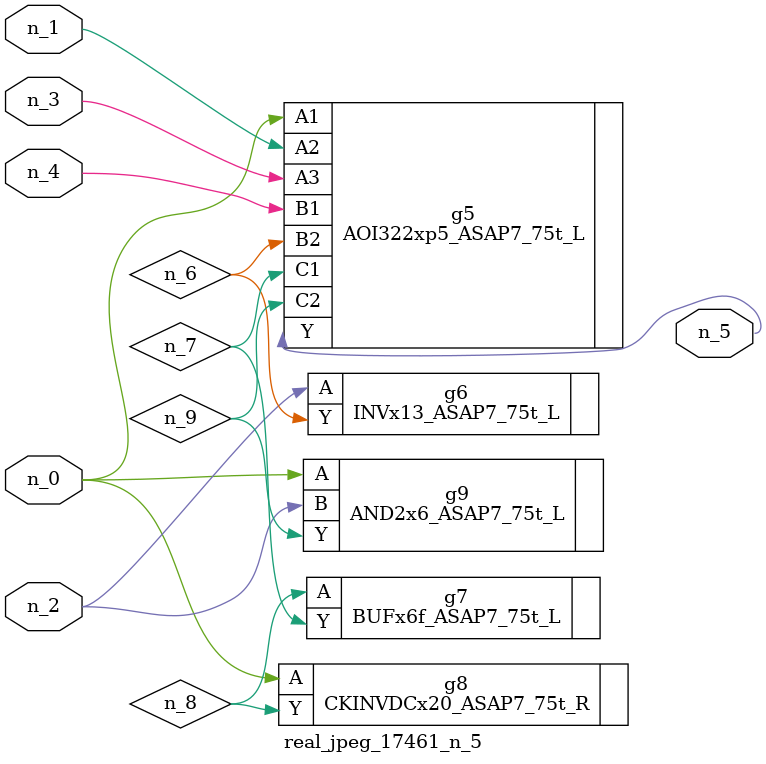
<source format=v>
module real_jpeg_17461_n_5 (n_4, n_0, n_1, n_2, n_3, n_5);

input n_4;
input n_0;
input n_1;
input n_2;
input n_3;

output n_5;

wire n_8;
wire n_6;
wire n_7;
wire n_9;

AOI322xp5_ASAP7_75t_L g5 ( 
.A1(n_0),
.A2(n_1),
.A3(n_3),
.B1(n_4),
.B2(n_6),
.C1(n_7),
.C2(n_9),
.Y(n_5)
);

CKINVDCx20_ASAP7_75t_R g8 ( 
.A(n_0),
.Y(n_8)
);

AND2x6_ASAP7_75t_L g9 ( 
.A(n_0),
.B(n_2),
.Y(n_9)
);

INVx13_ASAP7_75t_L g6 ( 
.A(n_2),
.Y(n_6)
);

BUFx6f_ASAP7_75t_L g7 ( 
.A(n_8),
.Y(n_7)
);


endmodule
</source>
